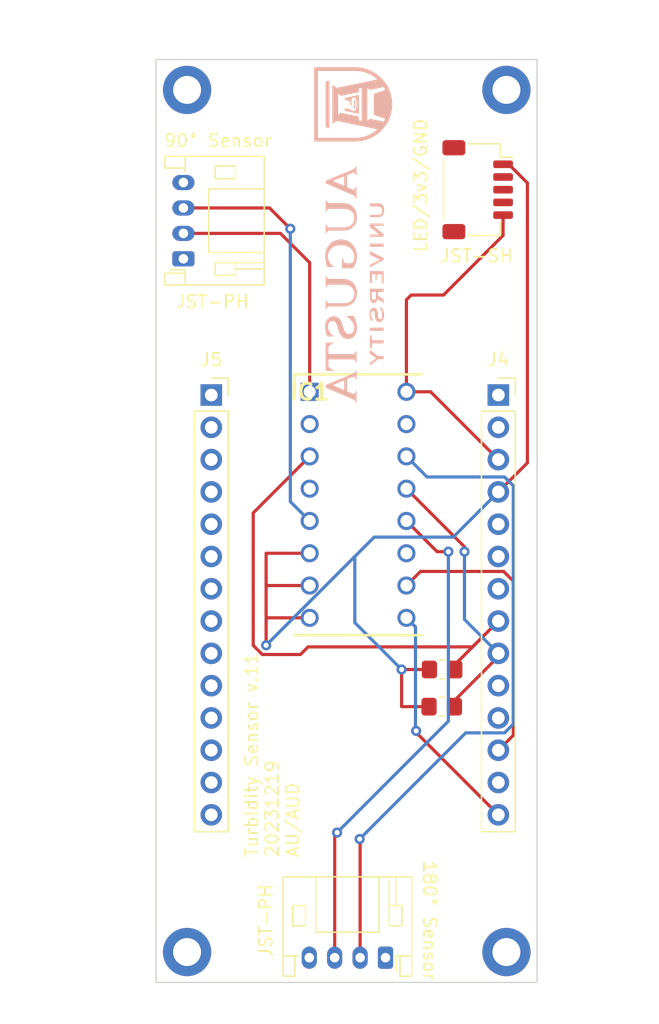
<source format=kicad_pcb>
(kicad_pcb (version 20221018) (generator pcbnew)
  (title_block (title "Turbidity Sensor PCB") (date "2023-12-19") (rev "11") (company "AU/AUD"))
  (layers (0 "F.Cu" signal) (31 "B.Cu" signal) (34 "B.Paste" user) (35 "F.Paste" user) (36 "B.SilkS" user "B.Silkscreen") (37 "F.SilkS" user "F.Silkscreen") (38 "B.Mask" user) (39 "F.Mask" user) (44 "Edge.Cuts" user))
  (net 0 "")
  (net 1 "/GND")
  (net 5 "/3.3V")
  (net 7 "Net-(J2-Pin_2)")
  (net 8 "Net-(J2-Pin_3)")
  (net 11 "Net-(J3-Pin_2)")
  (net 12 "Net-(J3-Pin_3)")
  (net 19 "/SCL")
  (net 20 "/SDA")
  (net 23 "/D8")
  (net 25 "/D6")
  (footprint "Resistor_SMD:R_0805_2012Metric_Pad1.20x1.40mm_HandSolder" (layer "F.Cu") (at 155.051 108.585 180)
    (fp_text reference "R1" hide)
    (fp_text value "5.1 kΩ" hide)
  )
  (footprint "MountingHole:MountingHole_2.2mm_M2_DIN965_Pad" (layer "F.Cu") (at 135.001 127.889)
    (fp_text reference "REF**" hide)
    (fp_text value "MountingHole_2.2mm_M2_DIN965_Pad" hide)
  )
  (footprint "Project:DIPS762W70P254L2032H510Q16N" (layer "F.Cu") (at 144.653 83.82)
    (fp_text reference "IC1")
    (fp_text value "1-2199298-4" hide)
  )
  (footprint "Connector_PinSocket_2.54mm:PinSocket_1x14_P2.54mm_Vertical" (layer "F.Cu") (at 159.512 84.074)
    (fp_text reference "J4")
    (fp_text value "Conn_01x14_Pin" hide)
  )
  (footprint "MountingHole:MountingHole_2.2mm_M2_DIN965_Pad" (layer "F.Cu") (at 160.147 60.071)
    (fp_text reference "REF**" hide)
    (fp_text value "MountingHole_2.2mm_M2_DIN965_Pad" hide)
  )
  (footprint "Connector_JST:JST_PH_S4B-PH-K_1x04_P2.00mm_Horizontal" (layer "F.Cu") (at 134.71 73.358 90)
    (fp_text reference "J3" hide)
    (fp_text value "JST 90" hide)
  )
  (footprint "Connector_JST:JST_SH_SM05B-SRSS-TB_1x05-1MP_P1.00mm_Horizontal" (layer "F.Cu") (at 157.8818 67.9216 -90)
    (fp_text reference "J1" hide)
    (fp_text value "JST LED" hide)
  )
  (footprint "MountingHole:MountingHole_2.2mm_M2_DIN965_Pad" (layer "F.Cu") (at 135.001 60.071)
    (fp_text reference "REF**" hide)
    (fp_text value "MountingHole_2.2mm_M2_DIN965_Pad" hide)
  )
  (footprint "Connector_JST:JST_PH_S4B-PH-K_1x04_P2.00mm_Horizontal" (layer "F.Cu") (at 150.6248 128.3324 180)
    (fp_text reference "J2" hide)
    (fp_text value "JST 180" hide)
  )
  (footprint "Resistor_SMD:R_0805_2012Metric_Pad1.20x1.40mm_HandSolder" (layer "F.Cu") (at 155.083 105.664 180)
    (fp_text reference "R2" hide)
    (fp_text value "5.1 kΩ" hide)
  )
  (footprint "Connector_PinSocket_2.54mm:PinSocket_1x14_P2.54mm_Vertical" (layer "F.Cu") (at 136.906 84.074)
    (fp_text reference "J5")
    (fp_text value "Conn_01x14_Pin" hide)
  )
  (footprint "MountingHole:MountingHole_2.2mm_M2_DIN965_Pad" (layer "F.Cu") (at 160.147 127.889)
    (fp_text reference "REF**" hide)
    (fp_text value "MountingHole_2.2mm_M2_DIN965_Pad" hide)
  )
  (gr_poly (pts (xy 146.212719 63.082488) (xy 146.212719 59.335988) (xy 145.905537 59.399488) (xy 145.905537 63.018988)) (fill solid) (layer "B.SilkS"))
  (gr_poly (pts (xy 148.123275 68.380769) (xy 148.336 68.625244) (xy 148.346319 68.625244) (xy 148.346319 67.683856) (xy 148.336 67.683856) (xy 148.123275 67.927537) (xy 147.597018 67.711637) (xy 147.597018 66.775013) (xy 148.123275 66.559112) (xy 148.336 66.802) (xy 148.346319 66.802) (xy 148.346319 66.060637) (xy 148.336 66.060637) (xy 148.123275 66.298763) (xy 147.373975 66.609696) (xy 147.373975 66.863913) (xy 147.373975 67.610038) (xy 146.484975 67.229832) (xy 147.373975 66.863913) (xy 147.373975 66.609696) (xy 145.906331 67.218718) (xy 145.906331 67.424299)) (fill solid) (layer "B.SilkS"))
  (gr_poly (pts (xy 148.123275 84.446268) (xy 148.336 84.689949) (xy 148.346319 84.689949) (xy 148.346319 83.748561) (xy 148.336 83.748561) (xy 148.123275 83.992244) (xy 147.597018 83.776342) (xy 147.597018 82.838925) (xy 148.123275 82.623025) (xy 148.336 82.866706) (xy 148.346319 82.866706) (xy 148.346319 82.127725) (xy 148.336 82.127725) (xy 148.123275 82.365851) (xy 147.373975 82.676516) (xy 147.373975 82.929413) (xy 147.373975 83.675538) (xy 146.484975 83.295331) (xy 147.373975 82.929413) (xy 147.373975 82.676516) (xy 145.906331 83.285011) (xy 145.906331 83.490592)) (fill solid) (layer "B.SilkS"))
  (gr_poly (pts (xy 150.479125 79.023371) (xy 150.479125 78.771752) (xy 149.393275 78.771752) (xy 149.393275 79.023371)) (fill solid) (layer "B.SilkS"))
  (gr_poly (pts (xy 149.54885 80.390205) (xy 149.54885 80.014761) (xy 150.479125 80.014761) (xy 150.479125 79.765524) (xy 149.54885 79.765524) (xy 149.54885 79.395638) (xy 149.3901 79.395638) (xy 149.3901 80.390205)) (fill solid) (layer "B.SilkS"))
  (gr_poly (pts (xy 148.119181 61.339774) (xy 148.120894 61.366091) (xy 148.122867 61.391276) (xy 148.12511 61.415228) (xy 148.127633 61.437845) (xy 148.130443 61.459025) (xy 148.133552 61.478669) (xy 148.136967 61.496674) (xy 148.140699 61.51294) (xy 148.144756 61.527365) (xy 148.146909 61.533856) (xy 148.149148 61.539849) (xy 148.151472 61.545331) (xy 148.153884 61.550289) (xy 148.156384 61.554712) (xy 148.158974 61.558586) (xy 148.161654 61.561899) (xy 148.164426 61.564637) (xy 148.167291 61.56679) (xy 148.17025 61.568342) (xy 148.173305 61.569283) (xy 148.176456 61.5696) (xy 148.179637 61.569138) (xy 148.182776 61.567768) (xy 148.188916 61.562383) (xy 148.194844 61.553615) (xy 148.200529 61.541633) (xy 148.20594 61.526603) (xy 148.211045 61.508697) (xy 148.215812 61.488081) (xy 148.220212 61.464924) (xy 148.224211 61.439396) (xy 148.227779 61.411664) (xy 148.233494 61.350264) (xy 148.237108 61.282075) (xy 148.238369 61.208444) (xy 148.237978 61.171032) (xy 148.236848 61.134813) (xy 148.235036 61.099953) (xy 148.232601 61.066623) (xy 148.229605 61.03499) (xy 148.226104 61.005224) (xy 148.22216 60.977492) (xy 148.21783 60.951963) (xy 148.213175 60.928807) (xy 148.208254 60.908191) (xy 148.203126 60.890284) (xy 148.19785 60.875255) (xy 148.195176 60.868872) (xy 148.192486 60.863272) (xy 148.189789 60.858476) (xy 148.187093 60.854504) (xy 148.184404 60.851378) (xy 148.18173 60.84912) (xy 148.179078 60.847749) (xy 148.176456 60.847287) (xy 148.173866 60.847604) (xy 148.171306 60.848545) (xy 148.166282 60.85225) (xy 148.1614 60.858301) (xy 148.156674 60.866598) (xy 148.152121 60.877039) (xy 148.147756 60.889522) (xy 148.143592 60.903947) (xy 148.139646 60.920213) (xy 148.135932 60.938219) (xy 148.132466 60.957862) (xy 148.126338 61.00166) (xy 148.121382 61.050796) (xy 148.117719 61.104463) (xy 148.124897 61.108427) (xy 148.131724 61.112841) (xy 148.138183 61.117681) (xy 148.144261 61.122923) (xy 148.149942 61.128543) (xy 148.155212 61.134517) (xy 148.160055 61.140821) (xy 148.164457 61.147431) (xy 148.168403 61.154323) (xy 148.171879 61.161472) (xy 148.174868 61.168856) (xy 148.177358 61.17645) (xy 148.179331 61.184229) (xy 148.180775 61.192171) (xy 148.181674 61.200251) (xy 148.182012 61.208444) (xy 148.181914 61.212553) (xy 148.181674 61.216637) (xy 148.181293 61.220693) (xy 148.180775 61.224717) (xy 148.18012 61.228706) (xy 148.179331 61.232658) (xy 148.17841 61.23657) (xy 148.177358 61.240438) (xy 148.176176 61.244259) (xy 148.174868 61.248032) (xy 148.173435 61.251751) (xy 148.171879 61.255415) (xy 148.170201 61.259021) (xy 148.168403 61.262565) (xy 148.166488 61.266045) (xy 148.164457 61.269457) (xy 148.162312 61.272798) (xy 148.160055 61.276066) (xy 148.157688 61.279258) (xy 148.155212 61.28237) (xy 148.152629 61.2854) (xy 148.149942 61.288344) (xy 148.147152 61.2912) (xy 148.144261 61.293964) (xy 148.141271 61.296634) (xy 148.138183 61.299206) (xy 148.135 61.301678) (xy 148.131724 61.304046) (xy 148.128355 61.306308) (xy 148.124897 61.308461) (xy 148.121351 61.3105) (xy 148.117719 61.312425)) (fill solid) (layer "B.SilkS"))
  (gr_poly (pts (xy 149.356706 77.792646) (xy 149.358726 77.828782) (xy 149.362097 77.864753) (xy 149.366811 77.900522) (xy 149.372857 77.936053) (xy 149.380225 77.971308) (xy 149.388905 78.006251) (xy 149.398888 78.040844) (xy 149.410163 78.07505) (xy 149.422721 78.108833) (xy 149.436551 78.142156) (xy 149.451644 78.174981) (xy 149.46799 78.207271) (xy 149.485578 78.23899) (xy 149.504399 78.2701) (xy 149.634575 78.178817) (xy 149.619617 78.152471) (xy 149.605559 78.125698) (xy 149.592406 78.098524) (xy 149.580165 78.07097) (xy 149.568843 78.043061) (xy 149.558446 78.014819) (xy 149.54898 77.986267) (xy 149.540453 77.95743) (xy 149.53287 77.928331) (xy 149.526238 77.898992) (xy 149.520564 77.869437) (xy 149.515853 77.839689) (xy 149.512113 77.809772) (xy 149.50935 77.779708) (xy 149.507571 77.749522) (xy 149.506781 77.719236) (xy 149.507017 77.697197) (xy 149.507812 77.674709) (xy 149.509298 77.65203) (xy 149.511606 77.629419) (xy 149.514867 77.607133) (xy 149.519213 77.585431) (xy 149.524775 77.56457) (xy 149.531685 77.54481) (xy 149.540074 77.526408) (xy 149.544864 77.517796) (xy 149.550073 77.509621) (xy 149.555717 77.501915) (xy 149.561814 77.49471) (xy 149.568379 77.488037) (xy 149.575428 77.48193) (xy 149.582978 77.476421) (xy 149.591047 77.471541) (xy 149.599649 77.467324) (xy 149.608801 77.463801) (xy 149.61852 77.461005) (xy 149.628823 77.458968) (xy 149.639725 77.457722) (xy 149.651243 77.457299) (xy 149.662708 77.45791) (xy 149.673453 77.459711) (xy 149.683505 77.462654) (xy 149.692891 77.466693) (xy 149.701634 77.471779) (xy 149.709761 77.477867) (xy 149.717297 77.484909) (xy 149.724269 77.492857) (xy 149.7307 77.501664) (xy 149.736618 77.511284) (xy 149.742048 77.521668) (xy 149.747014 77.532769) (xy 149.751544 77.544541) (xy 149.755662 77.556936) (xy 149.759394 77.569907) (xy 149.762765 77.583407) (xy 149.768529 77.611803) (xy 149.773159 77.641746) (xy 149.776858 77.672859) (xy 149.779831 77.704764) (xy 149.788562 77.832743) (xy 149.791888 77.87442) (xy 149.796379 77.917242) (xy 149.802288 77.96068) (xy 149.809869 78.004205) (xy 149.819376 78.047288) (xy 149.831062 78.089401) (xy 149.84518 78.130014) (xy 149.861984 78.168598) (xy 149.881727 78.204623) (xy 149.89278 78.221512) (xy 149.904663 78.237562) (xy 149.917408 78.252709) (xy 149.931046 78.266885) (xy 149.945609 78.280025) (xy 149.961128 78.292063) (xy 149.977636 78.302932) (xy 149.995164 78.312566) (xy 150.013743 78.3209) (xy 150.033406 78.327867) (xy 150.054184 78.3334) (xy 150.076108 78.337435) (xy 150.099211 78.339904) (xy 150.123525 78.340742) (xy 150.15061 78.339844) (xy 150.176517 78.337195) (xy 150.201265 78.332863) (xy 150.224876 78.326915) (xy 150.247372 78.319419) (xy 150.268771 78.310442) (xy 150.289097 78.300052) (xy 150.308369 78.288317) (xy 150.326609 78.275304) (xy 150.343837 78.261081) (xy 150.360074 78.245715) (xy 150.375342 78.229274) (xy 150.389661 78.211826) (xy 150.403052 78.193437) (xy 150.415536 78.174177) (xy 150.427134 78.154111) (xy 150.437867 78.133309) (xy 150.447756 78.111837) (xy 150.456822 78.089763) (xy 150.465085 78.067154) (xy 150.472567 78.044079) (xy 150.479289 78.020604) (xy 150.490535 77.972727) (xy 150.49899 77.924065) (xy 150.504822 77.875157) (xy 150.508199 77.826545) (xy 150.509287 77.778768) (xy 150.509207 77.737246) (xy 150.507385 77.695893) (xy 150.50384 77.654762) (xy 150.498586 77.613904) (xy 150.491642 77.57337) (xy 150.483024 77.533212) (xy 150.472749 77.493481) (xy 150.460834 77.454228) (xy 150.447294 77.415506) (xy 150.432148 77.377365) (xy 150.415412 77.339857) (xy 150.397103 77.303034) (xy 150.377237 77.266946) (xy 150.355831 77.231645) (xy 150.332903 77.197183) (xy 150.308469 77.163611) (xy 150.180675 77.26918) (xy 150.201832 77.296214) (xy 150.221736 77.324043) (xy 150.240373 77.352624) (xy 150.257725 77.381912) (xy 150.273778 77.411863) (xy 150.288515 77.442433) (xy 150.301921 77.473578) (xy 150.31398 77.505252) (xy 150.324676 77.537412) (xy 150.333994 77.570014) (xy 150.341916 77.603013) (xy 150.348429 77.636365) (xy 150.353516 77.670026) (xy 150.357161 77.703951) (xy 150.359348 77.738096) (xy 150.360063 77.772417) (xy 150.359619 77.806698) (xy 150.358227 77.839796) (xy 150.355793 77.871568) (xy 150.352224 77.901872) (xy 150.347428 77.930568) (xy 150.34131 77.957512) (xy 150.333779 77.982564) (xy 150.32474 78.005581) (xy 150.314102 78.026421) (xy 150.308154 78.03598) (xy 150.301771 78.044942) (xy 150.294942 78.053289) (xy 150.287654 78.061004) (xy 150.279897 78.068067) (xy 150.271658 78.074463) (xy 150.262927 78.080172) (xy 150.253691 78.085178) (xy 150.243938 78.089462) (xy 150.233658 78.093007) (xy 150.222838 78.095795) (xy 150.211467 78.097809) (xy 150.199533 78.09903) (xy 150.187025 78.099441) (xy 150.174619 78.09894) (xy 150.162982 78.097458) (xy 150.152089 78.09503) (xy 150.141913 78.091688) (xy 150.132428 78.087467) (xy 150.123608 78.0824) (xy 150.115428 78.07652) (xy 150.107861 78.069861) (xy 150.100881 78.062458) (xy 150.094462 78.054342) (xy 150.088578 78.045548) (xy 150.083203 78.03611) (xy 150.078312 78.026061) (xy 150.073877 78.015434) (xy 150.069874 78.004263) (xy 150.066276 77.992583) (xy 150.063056 77.980425) (xy 150.06019 77.967824) (xy 150.057651 77.954814) (xy 150.055413 77.941428) (xy 150.051735 77.913661) (xy 150.04895 77.884794) (xy 150.046847 77.855094) (xy 150.045221 77.82483) (xy 150.042562 77.763685) (xy 150.039971 77.720543) (xy 150.035933 77.67576) (xy 150.030249 77.629947) (xy 150.022718 77.583715) (xy 150.013142 77.537673) (xy 150.001318 77.492432) (xy 149.987049 77.448603) (xy 149.970133 77.406796) (xy 149.95037 77.367621) (xy 149.939359 77.349211) (xy 149.927561 77.331689) (xy 149.914952 77.31513) (xy 149.901506 77.29961) (xy 149.887199 77.285206) (xy 149.872005 77.271995) (xy 149.8559 77.260052) (xy 149.838858 77.249454) (xy 149.820854 77.240277) (xy 149.801864 77.232597) (xy 149.781862 77.226492) (xy 149.760824 77.222036) (xy 149.738724 77.219307) (xy 149.715537 77.21838) (xy 149.690624 77.219152) (xy 149.666772 77.221432) (xy 149.643964 77.225166) (xy 149.622182 77.230298) (xy 149.601407 77.236775) (xy 149.581623 77.244541) (xy 149.562812 77.253542) (xy 149.544955 77.263723) (xy 149.528036 77.275029) (xy 149.512036 77.287407) (xy 149.496938 77.3008) (xy 149.482724 77.315156) (xy 149.469376 77.330418) (xy 149.456876 77.346532) (xy 149.445207 77.363444) (xy 149.434351 77.381099) (xy 149.424291 77.399442) (xy 149.415008 77.418419) (xy 149.406485 77.437975) (xy 149.398704 77.458056) (xy 149.391647 77.478606) (xy 149.385297 77.499571) (xy 149.379636 77.520897) (xy 149.374647 77.542528) (xy 149.366609 77.58649) (xy 149.361044 77.631019) (xy 149.357809 77.675678) (xy 149.356762 77.72003) (xy 149.356048 77.756384)) (fill solid) (layer "B.SilkS"))
  (gr_poly (pts (xy 150.038593 69.24675) (xy 150.072036 69.247856) (xy 150.1044 69.251201) (xy 150.135536 69.256833) (xy 150.150597 69.26052) (xy 150.165296 69.264796) (xy 150.179613 69.269666) (xy 150.19353 69.275135) (xy 150.207028 69.28121) (xy 150.220089 69.287897) (xy 150.232695 69.2952) (xy 150.244826 69.303125) (xy 150.256464 69.311679) (xy 150.26759 69.320867) (xy 150.278187 69.330694) (xy 150.288234 69.341166) (xy 150.297714 69.352289) (xy 150.306608 69.364068) (xy 150.314898 69.37651) (xy 150.322564 69.38962) (xy 150.329588 69.403403) (xy 150.335952 69.417865) (xy 150.341637 69.433012) (xy 150.346624 69.44885) (xy 150.350896 69.465383) (xy 150.354432 69.482619) (xy 150.357215 69.500562) (xy 150.359225 69.519219) (xy 150.360445 69.538594) (xy 150.360856 69.558693) (xy 150.360452 69.581164) (xy 150.35925 69.602743) (xy 150.357267 69.623444) (xy 150.35452 69.643277) (xy 150.351025 69.662255) (xy 150.346797 69.680388) (xy 150.341854 69.697689) (xy 150.336213 69.714169) (xy 150.329889 69.72984) (xy 150.322898 69.744713) (xy 150.315258 69.7588) (xy 150.306985 69.772113) (xy 150.298095 69.784662) (xy 150.288605 69.796461) (xy 150.27853 69.807521) (xy 150.267888 69.817852) (xy 150.256695 69.827468) (xy 150.244967 69.836378) (xy 150.232721 69.844596) (xy 150.219973 69.852132) (xy 150.20674 69.858999) (xy 150.193038 69.865207) (xy 150.178883 69.870769) (xy 150.164292 69.875697) (xy 150.149281 69.880001) (xy 150.133867 69.883693) (xy 150.101894 69.88929) (xy 150.068505 69.892579) (xy 150.033831 69.893655) (xy 149.393275 69.893655) (xy 149.393275 70.074631) (xy 150.055262 70.074631) (xy 150.07805 70.075619) (xy 150.100733 70.075344) (xy 150.123263 70.073826) (xy 150.145593 70.071083) (xy 150.167676 70.067132) (xy 150.189464 70.061992) (xy 150.21091 70.055681) (xy 150.231967 70.048218) (xy 150.252586 70.039621) (xy 150.272721 70.029907) (xy 150.292324 70.019097) (xy 150.311347 70.007206) (xy 150.329744 69.994255) (xy 150.347466 69.980261) (xy 150.364467 69.965243) (xy 150.380699 69.949219) (xy 150.398219 69.927389) (xy 150.41459 69.904829) (xy 150.429799 69.881586) (xy 150.443828 69.857705) (xy 150.456665 69.833232) (xy 150.468294 69.808213) (xy 150.478699 69.782693) (xy 150.487867 69.756718) (xy 150.495781 69.730335) (xy 150.502428 69.703589) (xy 150.507792 69.676526) (xy 150.511857 69.649192) (xy 150.514611 69.621631) (xy 150.516036 69.593892) (xy 150.516119 69.566018) (xy 150.514844 69.538056) (xy 150.516298 69.509973) (xy 150.516455 69.481958) (xy 150.515326 69.454055) (xy 150.512924 69.426304) (xy 150.509262 69.398749) (xy 150.504353 69.371431) (xy 150.498209 69.344392) (xy 150.490843 69.317674) (xy 150.482267 69.291319) (xy 150.472495 69.26537) (xy 150.461538 69.239869) (xy 150.449409 69.214857) (xy 150.436121 69.190376) (xy 150.421687 69.166469) (xy 150.40612 69.143178) (xy 150.389431 69.120544) (xy 150.373094 69.103743) (xy 150.355892 69.088052) (xy 150.337882 69.073492) (xy 150.319119 69.060083) (xy 150.299662 69.047848) (xy 150.279567 69.036806) (xy 150.258891 69.02698) (xy 150.237691 69.01839) (xy 150.216024 69.011058) (xy 150.193946 69.005004) (xy 150.171516 69.00025) (xy 150.148789 68.996817) (xy 150.125823 68.994727) (xy 150.102674 68.993999) (xy 150.079399 68.994656) (xy 150.056056 68.996719) (xy 149.393275 68.996719) (xy 149.393275 69.24675)) (fill solid) (layer "B.SilkS"))
  (gr_poly (pts (xy 150.479125 72.416987) (xy 150.479125 72.165369) (xy 149.393275 72.165369) (xy 149.393275 72.416987)) (fill solid) (layer "B.SilkS"))
  (gr_poly (pts (xy 145.87023 73.218805) (xy 145.872594 73.272035) (xy 145.876114 73.325163) (xy 145.880784 73.378172) (xy 145.886603 73.431041) (xy 145.893567 73.483753) (xy 145.901672 73.536289) (xy 145.910914 73.58863) (xy 145.921291 73.640759) (xy 145.932798 73.692656) (xy 145.945433 73.744302) (xy 145.959192 73.795681) (xy 145.97407 73.846772) (xy 145.990066 73.897557) (xy 146.007175 73.948018) (xy 146.025394 73.998136) (xy 146.025394 73.998137) (xy 146.581019 73.998137) (xy 146.581019 73.987818) (xy 146.509524 73.931369) (xy 146.445128 73.875708) (xy 146.387487 73.820803) (xy 146.336258 73.766622) (xy 146.291099 73.713134) (xy 146.251667 73.660307) (xy 146.217617 73.608111) (xy 146.188608 73.556514) (xy 146.164297 73.505484) (xy 146.14434 73.45499) (xy 146.128394 73.405) (xy 146.116117 73.355484) (xy 146.107165 73.30641) (xy 146.101195 73.257746) (xy 146.097865 73.209461) (xy 146.096831 73.161524) (xy 146.098049 73.112997) (xy 146.101671 73.065517) (xy 146.107651 73.019115) (xy 146.115942 72.973825) (xy 146.126497 72.929678) (xy 146.13927 72.886707) (xy 146.154214 72.844945) (xy 146.171282 72.804423) (xy 146.190429 72.765175) (xy 146.211606 72.727232) (xy 146.234768 72.690627) (xy 146.259868 72.655392) (xy 146.286859 72.62156) (xy 146.315694 72.589164) (xy 146.346327 72.558235) (xy 146.378712 72.528806) (xy 146.412801 72.50091) (xy 146.448547 72.474578) (xy 146.485906 72.449844) (xy 146.524828 72.426739) (xy 146.565269 72.405297) (xy 146.607181 72.385549) (xy 146.650517 72.367528) (xy 146.695232 72.351266) (xy 146.741278 72.336797) (xy 146.788608 72.324151) (xy 146.837177 72.313362) (xy 146.886936 72.304462) (xy 146.937841 72.297483) (xy 146.989843 72.292458) (xy 147.042897 72.289419) (xy 147.096956 72.288399) (xy 147.1422 72.288399) (xy 147.198194 72.289553) (xy 147.25304 72.292982) (xy 147.306697 72.298635) (xy 147.359123 72.306461) (xy 147.410277 72.31641) (xy 147.460118 72.328431) (xy 147.508604 72.342473) (xy 147.555694 72.358485) (xy 147.601347 72.376416) (xy 147.645522 72.396217) (xy 147.688177 72.417836) (xy 147.729271 72.441222) (xy 147.768763 72.466325) (xy 147.806611 72.493094) (xy 147.842775 72.521479) (xy 147.877212 72.551428) (xy 147.909883 72.582891) (xy 147.940744 72.615817) (xy 147.969756 72.650155) (xy 147.996876 72.685855) (xy 148.022064 72.722866) (xy 148.045279 72.761138) (xy 148.066478 72.800619) (xy 148.085621 72.841258) (xy 148.102667 72.883006) (xy 148.117574 72.925811) (xy 148.1303 72.969623) (xy 148.140806 73.01439) (xy 148.149048 73.060063) (xy 148.154987 73.10659) (xy 148.15858 73.153921) (xy 148.159787 73.202005) (xy 148.159924 73.224705) (xy 148.159449 73.247371) (xy 148.158365 73.269991) (xy 148.156674 73.292554) (xy 148.154379 73.315048) (xy 148.151483 73.337459) (xy 148.147986 73.359777) (xy 148.143893 73.381989) (xy 148.139205 73.404083) (xy 148.133925 73.426047) (xy 148.128054 73.447869) (xy 148.121596 73.469538) (xy 148.114553 73.49104) (xy 148.106928 73.512364) (xy 148.098721 73.533498) (xy 148.089937 73.55443) (xy 148.080496 73.575703) (xy 148.075595 73.585673) (xy 148.070555 73.595208) (xy 148.065363 73.604314) (xy 148.060005 73.612998) (xy 148.054468 73.621268) (xy 148.048737 73.62913) (xy 148.042799 73.63659) (xy 148.03664 73.643656) (xy 148.030247 73.650335) (xy 148.023606 73.656633) (xy 148.016704 73.662558) (xy 148.009526 73.668115) (xy 148.00206 73.673312) (xy 147.99429 73.678156) (xy 147.986205 73.682654) (xy 147.977789 73.686811) (xy 147.96903 73.690636) (xy 147.959914 73.694135) (xy 147.950427 73.697315) (xy 147.940555 73.700182) (xy 147.930285 73.702744) (xy 147.919603 73.705007) (xy 147.908496 73.706979) (xy 147.896949 73.708665) (xy 147.88495 73.710073) (xy 147.872484 73.71121) (xy 147.846097 73.712697) (xy 147.817681 73.71318) (xy 147.433506 73.71318) (xy 147.213637 73.270268) (xy 147.203319 73.270268) (xy 147.203319 74.110055) (xy 148.060569 74.110055) (xy 148.097193 74.058684) (xy 148.131688 74.006062) (xy 148.164029 73.952257) (xy 148.194193 73.897337) (xy 148.222158 73.841369) (xy 148.247901 73.784419) (xy 148.271399 73.726557) (xy 148.292629 73.667848) (xy 148.311568 73.608361) (xy 148.328193 73.548163) (xy 148.342481 73.48732) (xy 148.354409 73.425902) (xy 148.363955 73.363974) (xy 148.371096 73.301605) (xy 148.375808 73.238862) (xy 148.378069 73.175813) (xy 148.376715 73.108481) (xy 148.372671 73.041836) (xy 148.365964 72.975972) (xy 148.356619 72.910983) (xy 148.344662 72.846967) (xy 148.33012 72.784017) (xy 148.313019 72.722229) (xy 148.293385 72.661697) (xy 148.271245 72.602519) (xy 148.246623 72.544787) (xy 148.219547 72.488598) (xy 148.190043 72.434048) (xy 148.158136 72.38123) (xy 148.123854 72.33024) (xy 148.087221 72.281174) (xy 148.048265 72.234126) (xy 148.007012 72.189192) (xy 147.963487 72.146468) (xy 147.917717 72.106047) (xy 147.869727 72.068026) (xy 147.819545 72.0325) (xy 147.767196 71.999563) (xy 147.712707 71.969311) (xy 147.656103 71.94184) (xy 147.597411 71.917244) (xy 147.536657 71.895618) (xy 147.473867 71.877059) (xy 147.409067 71.86166) (xy 147.342284 71.849518) (xy 147.273543 71.840727) (xy 147.202871 71.835382) (xy 147.130293 71.83358) (xy 147.099337 71.83358) (xy 147.029534 71.835402) (xy 146.961385 71.840803) (xy 146.894929 71.84968) (xy 146.830202 71.861933) (xy 146.76724 71.877461) (xy 146.70608 71.896163) (xy 146.64676 71.917937) (xy 146.589316 71.942683) (xy 146.533784 71.9703) (xy 146.480202 72.000687) (xy 146.428606 72.033742) (xy 146.379032 72.069365) (xy 146.331519 72.107455) (xy 146.286102 72.147911) (xy 146.242819 72.190631) (xy 146.201705 72.235515) (xy 146.162799 72.282461) (xy 146.126136 72.33137) (xy 146.091753 72.382138) (xy 146.059688 72.434667) (xy 146.029976 72.488854) (xy 146.002655 72.544599) (xy 145.977762 72.6018) (xy 145.955333 72.660357) (xy 145.935405 72.720168) (xy 145.918014 72.781133) (xy 145.903198 72.843151) (xy 145.890994 72.90612) (xy 145.881438 72.969939) (xy 145.874566 73.034509) (xy 145.870416 73.099726) (xy 145.869025 73.165491)) (fill solid) (layer "B.SilkS"))
  (gr_poly (pts (xy 150.10765 71.441467) (xy 149.393275 71.441467) (xy 149.393275 71.622443) (xy 150.479125 71.622443) (xy 150.479125 71.407338) (xy 149.685375 70.762018) (xy 150.479125 70.762018) (xy 150.479125 70.581043) (xy 149.393275 70.581043) (xy 149.393275 70.861237)) (fill solid) (layer "B.SilkS"))
  (gr_poly (pts (xy 145.870051 78.741956) (xy 145.872954 78.791443) (xy 145.876937 78.84082) (xy 145.881997 78.890068) (xy 145.88813 78.93917) (xy 145.895332 78.988109) (xy 145.903601 79.036868) (xy 145.912931 79.085428) (xy 145.92332 79.133774) (xy 145.934765 79.181886) (xy 145.947261 79.229748) (xy 145.960805 79.277342) (xy 145.975394 79.324651) (xy 145.991024 79.371658) (xy 146.007692 79.418344) (xy 146.025394 79.464694) (xy 146.581019 79.464694) (xy 146.581019 79.454373) (xy 146.525613 79.414422) (xy 146.473159 79.373184) (xy 146.423741 79.330714) (xy 146.377447 79.287065) (xy 146.334361 79.242291) (xy 146.294571 79.196445) (xy 146.258162 79.14958) (xy 146.22522 79.10175) (xy 146.195832 79.053008) (xy 146.170082 79.003409) (xy 146.148059 78.953004) (xy 146.138471 78.927517) (xy 146.129846 78.901849) (xy 146.122196 78.876007) (xy 146.115531 78.849996) (xy 146.109862 78.823825) (xy 146.1052 78.797499) (xy 146.101555 78.771026) (xy 146.098938 78.744412) (xy 146.09736 78.717663) (xy 146.096831 78.690787) (xy 146.097396 78.660704) (xy 146.09906 78.631906) (xy 146.101778 78.604371) (xy 146.105507 78.578079) (xy 146.1102 78.553006) (xy 146.115814 78.529133) (xy 146.122303 78.506436) (xy 146.129623 78.484895) (xy 146.137729 78.464487) (xy 146.146576 78.445192) (xy 146.15612 78.426986) (xy 146.166315 78.40985) (xy 146.177118 78.39376) (xy 146.188482 78.378696) (xy 146.200364 78.364636) (xy 146.212719 78.351557) (xy 146.225501 78.33944) (xy 146.238667 78.32826) (xy 146.252171 78.317998) (xy 146.265968 78.308632) (xy 146.294265 78.292498) (xy 146.323199 78.279686) (xy 146.352412 78.270023) (xy 146.381546 78.263336) (xy 146.410242 78.25945) (xy 146.438144 78.258193) (xy 146.455606 78.258193) (xy 146.477489 78.258834) (xy 146.498507 78.260745) (xy 146.518691 78.263905) (xy 146.538068 78.268297) (xy 146.556668 78.2739) (xy 146.574519 78.280697) (xy 146.591651 78.288668) (xy 146.608093 78.297794) (xy 146.623873 78.308056) (xy 146.63902 78.319435) (xy 146.653564 78.331911) (xy 146.667533 78.345467) (xy 146.680956 78.360082) (xy 146.693862 78.375739) (xy 146.706279 78.392417) (xy 146.718238 78.410097) (xy 146.729767 78.428761) (xy 146.740894 78.44839) (xy 146.751649 78.468965) (xy 146.76206 78.490466) (xy 146.781969 78.536171) (xy 146.80085 78.585354) (xy 146.818936 78.637863) (xy 146.836459 78.693545) (xy 146.853649 78.752247) (xy 146.870737 78.813818) (xy 146.8985 78.912976) (xy 146.928346 79.006486) (xy 146.960481 79.094246) (xy 146.995108 79.176152) (xy 147.032433 79.252099) (xy 147.07266 79.321986) (xy 147.115994 79.385707) (xy 147.162639 79.443161) (xy 147.187267 79.469505) (xy 147.2128 79.494243) (xy 147.239263 79.517362) (xy 147.266682 79.538849) (xy 147.295082 79.558692) (xy 147.32449 79.576877) (xy 147.354929 79.593392) (xy 147.386427 79.608223) (xy 147.419008 79.621358) (xy 147.452699 79.632784) (xy 147.487524 79.642487) (xy 147.52351 79.650455) (xy 147.560682 79.656674) (xy 147.599065 79.661133) (xy 147.638686 79.663818) (xy 147.679569 79.664716) (xy 147.701 79.664716) (xy 147.734875 79.663787) (xy 147.768453 79.661008) (xy 147.801683 79.656388) (xy 147.834513 79.649937) (xy 147.866892 79.641664) (xy 147.89877 79.63158) (xy 147.930095 79.619694) (xy 147.960817 79.606016) (xy 147.990884 79.590555) (xy 148.020245 79.573322) (xy 148.04885 79.554325) (xy 148.076647 79.533576) (xy 148.103585 79.511082) (xy 148.129614 79.486856) (xy 148.154682 79.460905) (xy 148.178738 79.43324) (xy 148.201732 79.40387) (xy 148.223612 79.372805) (xy 148.244327 79.340056) (xy 148.263826 79.305631) (xy 148.282058 79.26954) (xy 148.298973 79.231794) (xy 148.314519 79.192401) (xy 148.328645 79.151372) (xy 148.341301 79.108717) (xy 148.352434 79.064445) (xy 148.361994 79.018565) (xy 148.369931 78.971088) (xy 148.376193 78.922023) (xy 148.380729 78.87138) (xy 148.383488 78.81917) (xy 148.384419 78.7654) (xy 148.382937 78.710352) (xy 148.378628 78.653999) (xy 148.371699 78.596563) (xy 148.362355 78.538264) (xy 148.350801 78.479323) (xy 148.337245 78.419961) (xy 148.32189 78.360399) (xy 148.304944 78.300858) (xy 148.2671 78.182723) (xy 148.225359 78.067322) (xy 148.181366 77.956423) (xy 148.136769 77.851793) (xy 147.520819 77.851793) (xy 147.520819 77.862113) (xy 147.591652 77.915066) (xy 147.659088 77.968023) (xy 147.722963 78.021082) (xy 147.783116 78.074341) (xy 147.839385 78.127899) (xy 147.89161 78.181851) (xy 147.939628 78.236297) (xy 147.983277 78.291333) (xy 148.022397 78.347058) (xy 148.056825 78.403569) (xy 148.086399 78.460963) (xy 148.099316 78.490022) (xy 148.110959 78.519339) (xy 148.121308 78.548925) (xy 148.130343 78.578793) (xy 148.138043 78.608956) (xy 148.144388 78.639425) (xy 148.149359 78.670212) (xy 148.152934 78.701331) (xy 148.155094 78.732792) (xy 148.155819 78.764608) (xy 148.155323 78.794871) (xy 148.153853 78.824193) (xy 148.151433 78.852574) (xy 148.14809 78.88001) (xy 148.143849 78.906502) (xy 148.138735 78.932048) (xy 148.132774 78.956647) (xy 148.125991 78.980297) (xy 148.118411 79.002997) (xy 148.110061 79.024746) (xy 148.100964 79.045542) (xy 148.091148 79.065384) (xy 148.080637 79.084272) (xy 148.069457 79.102202) (xy 148.057632 79.119175) (xy 148.04519 79.135189) (xy 148.032154 79.150242) (xy 148.018551 79.164334) (xy 148.004405 79.177463) (xy 147.989743 79.189627) (xy 147.97459 79.200826) (xy 147.958971 79.211058) (xy 147.942912 79.220321) (xy 147.926437 79.228615) (xy 147.909573 79.235938) (xy 147.892345 79.242289) (xy 147.874779 79.247667) (xy 147.856899 79.25207) (xy 147.838731 79.255496) (xy 147.820301 79.257945) (xy 147.782756 79.259906) (xy 147.765293 79.259906) (xy 147.737702 79.259064) (xy 147.711163 79.25656) (xy 147.685646 79.252432) (xy 147.661121 79.246716) (xy 147.637558 79.23945) (xy 147.614924 79.230668) (xy 147.59319 79.220409) (xy 147.572325 79.208709) (xy 147.552299 79.195605) (xy 147.53308 79.181132) (xy 147.514638 79.165328) (xy 147.496942 79.148229) (xy 147.479962 79.129873) (xy 147.463667 79.110294) (xy 147.448027 79.089531) (xy 147.43301 79.06762) (xy 147.418586 79.044598) (xy 147.404724 79.0205) (xy 147.391394 78.995364) (xy 147.378565 78.969226) (xy 147.354287 78.914092) (xy 147.331645 78.855391) (xy 147.310394 78.793416) (xy 147.290288 78.728459) (xy 147.271082 78.660815) (xy 147.252531 78.590775) (xy 147.228342 78.505707) (xy 147.201598 78.42585) (xy 147.172272 78.351241) (xy 147.140339 78.281919) (xy 147.105774 78.217923) (xy 147.068552 78.15929) (xy 147.028645 78.106059) (xy 146.986029 78.058268) (xy 146.963698 78.036425) (xy 146.940679 78.015956) (xy 146.91697 77.996867) (xy 146.892568 77.979161) (xy 146.86747 77.962845) (xy 146.841672 77.947922) (xy 146.815171 77.934398) (xy 146.787964 77.922276) (xy 146.760048 77.911563) (xy 146.731419 77.902263) (xy 146.702075 77.894381) (xy 146.672011 77.88792) (xy 146.641226 77.882887) (xy 146.609716 77.879287) (xy 146.577477 77.877123) (xy 146.544506 77.8764) (xy 146.5199 77.8764) (xy 146.488001 77.877326) (xy 146.456335 77.880088) (xy 146.424952 77.884659) (xy 146.393904 77.891016) (xy 146.363243 77.899134) (xy 146.333018 77.908987) (xy 146.303282 77.92055) (xy 146.274085 77.933798) (xy 146.245479 77.948707) (xy 146.217515 77.965251) (xy 146.190244 77.983406) (xy 146.163717 78.003146) (xy 146.137985 78.024446) (xy 146.1131 78.047282) (xy 146.089112 78.071628) (xy 146.066073 78.09746) (xy 146.044034 78.124752) (xy 146.023046 78.153479) (xy 146.003161 78.183616) (xy 145.984429 78.215139) (xy 145.966901 78.248023) (xy 145.950629 78.282241) (xy 145.935664 78.317771) (xy 145.922057 78.354585) (xy 145.90986 78.39266) (xy 145.899122 78.43197) (xy 145.889896 78.472491) (xy 145.882233 78.514197) (xy 145.876184 78.557064) (xy 145.8718 78.601065) (xy 145.869132 78.646178) (xy 145.868231 78.692375)) (fill solid) (layer "B.SilkS"))
  (gr_poly (pts (xy 148.230431 64.134206) (xy 148.329954 64.132563) (xy 148.428917 64.127573) (xy 148.52725 64.11928) (xy 148.624883 64.107723) (xy 148.721746 64.092943) (xy 148.81777 64.074983) (xy 148.912885 64.053882) (xy 149.00702 64.029682) (xy 149.100107 64.002425) (xy 149.192075 63.97215) (xy 149.282854 63.9389) (xy 149.372376 63.902716) (xy 149.460569 63.863638) (xy 149.547364 63.821708) (xy 149.632692 63.776966) (xy 149.716482 63.729455) (xy 149.798665 63.679214) (xy 149.879171 63.626286) (xy 149.95793 63.57071) (xy 150.034872 63.512529) (xy 150.109927 63.451784) (xy 150.183027 63.388515) (xy 150.2541 63.322764) (xy 150.323078 63.254571) (xy 150.389889 63.183979) (xy 150.454466 63.111027) (xy 150.516737 63.035758) (xy 150.576632 62.958212) (xy 150.634083 62.87843) (xy 150.68902 62.796454) (xy 150.741371 62.712324) (xy 150.791069 62.626082) (xy 150.820438 62.572106) (xy 150.8995 62.410153) (xy 150.968021 62.244778) (xy 151.026 62.07647) (xy 151.073438 61.905718) (xy 151.110334 61.733011) (xy 151.136688 61.558838) (xy 151.1525 61.383687) (xy 151.157771 61.208047) (xy 151.1525 61.032407) (xy 151.136688 60.857256) (xy 151.110334 60.683083) (xy 151.073438 60.510376) (xy 151.026 60.339624) (xy 150.968021 60.171316) (xy 150.8995 60.005941) (xy 150.820438 59.843988) (xy 150.791069 59.790013) (xy 150.791028 59.789941) (xy 150.790989 59.789869) (xy 150.68893 59.619503) (xy 150.576534 59.457751) (xy 150.479919 59.33691) (xy 150.479919 59.854307) (xy 150.495633 59.880587) (xy 150.511024 59.907041) (xy 150.526093 59.933669) (xy 150.540839 59.960471) (xy 150.555263 59.987446) (xy 150.569365 60.014595) (xy 150.583143 60.041917) (xy 150.5966 60.069413) (xy 149.702044 60.372625) (xy 149.702044 62.04585) (xy 150.5966 62.347475) (xy 150.5966 62.348269) (xy 150.583131 62.375951) (xy 150.569315 62.403435) (xy 150.555151 62.43072) (xy 150.54064 62.457807) (xy 150.525782 62.484695) (xy 150.510577 62.511385) (xy 150.495024 62.537876) (xy 150.479125 62.564169) (xy 149.395656 62.342713) (xy 149.190868 62.4967) (xy 149.190868 59.921775) (xy 149.395656 60.075763) (xy 150.479919 59.854307) (xy 150.479919 59.33691) (xy 150.454359 59.304942) (xy 150.322965 59.161405) (xy 150.182909 59.02747) (xy 150.034751 58.903463) (xy 149.879048 58.789716) (xy 149.716361 58.686556) (xy 149.547246 58.594312) (xy 149.372264 58.513314) (xy 149.191973 58.44389) (xy 149.006931 58.386368) (xy 148.817697 58.341078) (xy 148.62483 58.308349) (xy 148.428888 58.288509) (xy 148.230431 58.281888) (xy 145.303081 58.281888) (xy 145.303081 58.582719) (xy 148.229637 58.582719) (xy 148.350107 58.585394) (xy 148.469879 58.593564) (xy 148.588778 58.607164) (xy 148.706631 58.626127) (xy 148.823263 58.650387) (xy 148.9385 58.679877) (xy 149.052168 58.714532) (xy 149.164094 58.754284) (xy 149.274104 58.799069) (xy 149.382022 58.848819) (xy 149.487676 58.903468) (xy 149.590891 58.96295) (xy 149.691494 59.027198) (xy 149.78931 59.096148) (xy 149.884166 59.169731) (xy 149.975887 59.247882) (xy 148.741606 59.503781) (xy 148.741606 59.909869) (xy 148.741606 62.507813) (xy 148.535231 62.465744) (xy 148.535231 62.161738) (xy 147.099337 61.869638) (xy 146.891375 62.024419) (xy 146.891375 60.393263) (xy 147.09775 60.548838) (xy 148.535231 60.255944) (xy 148.535231 59.951938) (xy 148.741606 59.909869) (xy 148.741606 59.503781) (xy 146.790569 59.908282) (xy 146.541331 59.720163) (xy 146.438937 59.720163) (xy 146.438937 62.698313) (xy 146.541331 62.698313) (xy 146.790569 62.510194) (xy 149.976712 63.172947) (xy 149.884993 63.251099) (xy 149.790138 63.324684) (xy 149.692323 63.393635) (xy 149.591721 63.457885) (xy 149.488506 63.517369) (xy 149.382852 63.57202) (xy 149.274933 63.621771) (xy 149.164923 63.666557) (xy 149.052995 63.706312) (xy 148.939325 63.740968) (xy 148.824085 63.77046) (xy 148.707449 63.794722) (xy 148.589592 63.813687) (xy 148.470687 63.827289) (xy 148.350909 63.835461) (xy 148.230431 63.838138) (xy 145.303081 63.838138) (xy 145.303081 58.582719) (xy 145.303081 58.281888) (xy 145.00225 58.281888) (xy 145.00225 64.134206)) (fill solid) (layer "B.SilkS"))
  (gr_poly (pts (xy 149.393651 76.376507) (xy 149.394797 76.416783) (xy 149.396739 76.454329) (xy 149.399501 76.489296) (xy 149.403109 76.521836) (xy 149.40759 76.552099) (xy 149.412969 76.580236) (xy 149.41927 76.606399) (xy 149.42652 76.630739) (xy 149.434745 76.653407) (xy 149.44397 76.674555) (xy 149.45422 76.694332) (xy 149.465521 76.712891) (xy 149.477899 76.730383) (xy 149.491379 76.746958) (xy 149.505987 76.762769) (xy 149.517041 76.772458) (xy 149.528506 76.781558) (xy 149.540357 76.79006) (xy 149.552571 76.797956) (xy 149.565123 76.805237) (xy 149.577991 76.811893) (xy 149.591149 76.817915) (xy 149.604574 76.823296) (xy 149.618242 76.828025) (xy 149.632129 76.832094) (xy 149.646211 76.835494) (xy 149.660464 76.838215) (xy 149.674865 76.84025) (xy 149.689389 76.841589) (xy 149.704013 76.842223) (xy 149.718712 76.842144) (xy 149.730792 76.841307) (xy 149.742763 76.839876) (xy 149.754604 76.837862) (xy 149.766297 76.835273) (xy 149.77782 76.832119) (xy 149.789156 76.828408) (xy 149.800282 76.824151) (xy 149.811181 76.819357) (xy 149.821832 76.814034) (xy 149.832215 76.808193) (xy 149.84231 76.801842) (xy 149.852098 76.79499) (xy 149.861559 76.787648) (xy 149.870673 76.779824) (xy 149.87942 76.771528) (xy 149.887781 76.762769) (xy 149.898402 76.750109) (xy 149.908469 76.737066) (xy 149.917976 76.723659) (xy 149.926914 76.709906) (xy 149.935276 76.695825) (xy 149.943054 76.681436) (xy 149.95024 76.666756) (xy 149.956826 76.651804) (xy 149.962805 76.6366) (xy 149.968168 76.621161) (xy 149.972909 76.605506) (xy 149.977019 76.589654) (xy 149.980491 76.573623) (xy 149.983317 76.557432) (xy 149.985489 76.541099) (xy 149.986999 76.524644) (xy 150.479125 76.855638) (xy 150.479125 76.538137) (xy 150.0251 76.251593) (xy 150.0251 75.963462) (xy 150.479125 75.963462) (xy 150.479125 75.711843) (xy 149.539325 75.713904) (xy 149.539325 75.965842) (xy 149.881431 75.965842) (xy 149.881431 76.33335) (xy 149.880745 76.35813) (xy 149.878692 76.382095) (xy 149.875283 76.405138) (xy 149.870529 76.427148) (xy 149.864441 76.44802) (xy 149.857028 76.467643) (xy 149.848301 76.485911) (xy 149.838271 76.502715) (xy 149.83277 76.510535) (xy 149.826948 76.517948) (xy 149.820805 76.52494) (xy 149.814342 76.5315) (xy 149.807562 76.537612) (xy 149.800465 76.543263) (xy 149.793052 76.548441) (xy 149.785325 76.553131) (xy 149.777286 76.55732) (xy 149.768935 76.560994) (xy 149.760274 76.56414) (xy 149.751304 76.566744) (xy 149.742027 76.568793) (xy 149.732443 76.570273) (xy 149.722555 76.571171) (xy 149.712362 76.571474) (xy 149.698737 76.571109) (xy 149.685828 76.570028) (xy 149.673616 76.568249) (xy 149.662083 76.565789) (xy 149.651211 76.562667) (xy 149.640981 76.558901) (xy 149.631373 76.554509) (xy 149.622371 76.549509) (xy 149.613954 76.54392) (xy 149.606105 76.53776) (xy 149.598805 76.531046) (xy 149.592035 76.523798) (xy 149.585776 76.516032) (xy 149.580011 76.507768) (xy 149.57472 76.499024) (xy 149.569884 76.489817) (xy 149.565486 76.480166) (xy 149.561506 76.470089) (xy 149.557927 76.459604) (xy 149.554729 76.448729) (xy 149.551893 76.437483) (xy 149.549402 76.425884) (xy 149.547236 76.41395) (xy 149.545377 76.401698) (xy 149.542506 76.376317) (xy 149.540639 76.349886) (xy 149.539629 76.32255) (xy 149.539325 76.294455) (xy 149.539325 75.965842) (xy 149.539325 75.713904) (xy 149.393275 75.714224) (xy 149.393275 76.33335)) (fill solid) (layer "B.SilkS"))
  (gr_poly (pts (xy 146.558 82.177728) (xy 146.558794 82.173762) (xy 146.130169 81.870548) (xy 146.130169 81.274442) (xy 148.123275 81.274442) (xy 148.336 81.514157) (xy 148.346319 81.514157) (xy 148.346319 80.614836) (xy 148.336 80.614836) (xy 148.123275 80.85296) (xy 146.129375 80.85296) (xy 146.129375 80.260028) (xy 146.558 79.953642) (xy 146.558 79.943324) (xy 145.906331 79.943324) (xy 145.906331 82.177728)) (fill solid) (layer "B.SilkS"))
  (gr_poly (pts (xy 150.479125 73.457594) (xy 150.479125 73.293286) (xy 149.393275 72.75195) (xy 149.393275 73.040081) (xy 150.183056 73.436957) (xy 149.393274 73.819545) (xy 149.393274 74.029094)) (fill solid) (layer "B.SilkS"))
  (gr_poly (pts (xy 149.552025 75.253056) (xy 149.552025 74.580749) (xy 149.836981 74.580749) (xy 149.836981 75.004612) (xy 149.990968 75.004612) (xy 149.990968 74.580749) (xy 150.320375 74.580749) (xy 150.320375 75.295125) (xy 150.479125 75.295125) (xy 150.479125 74.329131) (xy 149.393275 74.329131) (xy 149.393275 75.253056)) (fill solid) (layer "B.SilkS"))
  (gr_poly (pts (xy 145.91665 69.662676) (xy 146.129375 69.429312) (xy 147.311269 69.429312) (xy 147.362583 69.430145) (xy 147.412344 69.432629) (xy 147.460547 69.436738) (xy 147.507185 69.44245) (xy 147.552256 69.449739) (xy 147.595752 69.458582) (xy 147.637671 69.468954) (xy 147.678006 69.480832) (xy 147.716753 69.494191) (xy 147.753906 69.509007) (xy 147.789462 69.525257) (xy 147.823414 69.542915) (xy 147.855758 69.561958) (xy 147.88649 69.582362) (xy 147.915603 69.604102) (xy 147.943094 69.627155) (xy 147.968956 69.651496) (xy 147.993186 69.677101) (xy 148.015779 69.703946) (xy 148.036728 69.732008) (xy 148.05603 69.76126) (xy 148.07368 69.791681) (xy 148.089672 69.823245) (xy 148.104002 69.855929) (xy 148.116664 69.889708) (xy 148.127654 69.924557) (xy 148.136967 69.960454) (xy 148.144598 69.997374) (xy 148.150541 70.035293) (xy 148.154793 70.074186) (xy 148.157347 70.11403) (xy 148.1582 70.1548) (xy 148.157413 70.193415) (xy 148.15505 70.231395) (xy 148.151106 70.268702) (xy 148.145576 70.305298) (xy 148.138456 70.341143) (xy 148.129742 70.376199) (xy 148.119429 70.410426) (xy 148.107512 70.443787) (xy 148.093987 70.476242) (xy 148.078849 70.507752) (xy 148.062095 70.538279) (xy 148.043719 70.567784) (xy 148.023717 70.596228) (xy 148.002084 70.623572) (xy 147.978816 70.649778) (xy 147.953909 70.674806) (xy 147.927357 70.698617) (xy 147.899157 70.721174) (xy 147.869304 70.742437) (xy 147.837793 70.762368) (xy 147.80462 70.780927) (xy 147.769781 70.798075) (xy 147.73327 70.813775) (xy 147.695084 70.827987) (xy 147.655218 70.840672) (xy 147.613667 70.851792) (xy 147.570427 70.861307) (xy 147.525493 70.86918) (xy 147.478861 70.87537) (xy 147.430526 70.87984) (xy 147.380485 70.882551) (xy 147.328731 70.883463) (xy 146.129375 70.883463) (xy 145.91665 70.639781) (xy 145.906331 70.639781) (xy 145.906331 71.385905) (xy 145.91665 71.385905) (xy 146.129375 71.140638) (xy 147.297775 71.140638) (xy 147.365902 71.139162) (xy 147.431732 71.134794) (xy 147.495272 71.127624) (xy 147.556533 71.11774) (xy 147.615522 71.105232) (xy 147.672248 71.090188) (xy 147.726721 71.072699) (xy 147.778949 71.052854) (xy 147.828941 71.030741) (xy 147.876706 71.00645) (xy 147.922252 70.98007) (xy 147.96559 70.951691) (xy 148.006727 70.921401) (xy 148.045672 70.889291) (xy 148.082435 70.855448) (xy 148.117024 70.819963) (xy 148.149448 70.782924) (xy 148.179716 70.744421) (xy 148.207836 70.704543) (xy 148.233818 70.66338) (xy 148.257671 70.62102) (xy 148.279403 70.577553) (xy 148.299023 70.533068) (xy 148.316541 70.487654) (xy 148.331964 70.441401) (xy 148.345302 70.394397) (xy 148.365758 70.298496) (xy 148.377979 70.200666) (xy 148.382037 70.101618) (xy 148.378579 69.998678) (xy 148.367948 69.895839) (xy 148.349765 69.794005) (xy 148.323647 69.694078) (xy 148.307494 69.645111) (xy 148.289214 69.59696) (xy 148.268759 69.549736) (xy 148.246083 69.503553) (xy 148.221137 69.458524) (xy 148.193874 69.41476) (xy 148.164245 69.372376) (xy 148.132205 69.331483) (xy 148.097703 69.292195) (xy 148.060694 69.254624) (xy 148.021129 69.218884) (xy 147.978961 69.185086) (xy 147.934142 69.153344) (xy 147.886624 69.12377) (xy 147.83636 69.096478) (xy 147.783302 69.07158) (xy 147.727402 69.049188) (xy 147.668613 69.029416) (xy 147.606887 69.012377) (xy 147.542176 68.998183) (xy 147.474432 68.986946) (xy 147.403609 68.978781) (xy 147.329658 68.973799) (xy 147.252531 68.972113) (xy 146.129375 68.972113) (xy 145.91665 68.728432) (xy 145.906331 68.728432) (xy 145.906331 69.662676)) (fill solid) (layer "B.SilkS"))
  (gr_poly (pts (xy 148.533644 61.951394) (xy 148.533644 60.466288) (xy 147.4089 60.695682) (xy 147.4089 60.902056) (xy 147.408896 60.902417) (xy 147.408905 60.902777) (xy 147.408925 60.903135) (xy 147.408956 60.90349) (xy 147.409052 60.904195) (xy 147.409193 60.904888) (xy 147.409376 60.905569) (xy 147.409602 60.906234) (xy 147.409869 60.906883) (xy 147.410176 60.907513) (xy 147.410522 60.908123) (xy 147.410906 60.90871) (xy 147.411327 60.909273) (xy 147.411784 60.909809) (xy 147.412276 60.910318) (xy 147.412802 60.910796) (xy 147.413078 60.911023) (xy 147.413361 60.911242) (xy 147.413653 60.911452) (xy 147.413952 60.911654) (xy 147.414569 60.912027) (xy 147.415204 60.912357) (xy 147.415854 60.912644) (xy 147.416519 60.912887) (xy 147.417194 60.913087) (xy 147.41788 60.913243) (xy 147.418572 60.913356) (xy 147.41927 60.913425) (xy 147.41997 60.913449) (xy 147.420671 60.913429) (xy 147.421371 60.913366) (xy 147.422068 60.913257) (xy 147.422758 60.913104) (xy 147.423441 60.912906) (xy 147.424114 60.912663) (xy 147.424775 60.912375) (xy 147.432999 60.908717) (xy 147.441323 60.905306) (xy 147.44974 60.902145) (xy 147.458246 60.899236) (xy 147.466834 60.89658) (xy 147.475498 60.894179) (xy 147.484233 60.892036) (xy 147.493034 60.890151) (xy 147.500507 60.88884) (xy 147.508005 60.887705) (xy 147.515527 60.886746) (xy 147.523067 60.885962) (xy 147.530624 60.885355) (xy 147.538194 60.884924) (xy 147.545775 60.884671) (xy 147.553362 60.884594) (xy 147.566648 60.884968) (xy 147.579792 60.885937) (xy 147.592779 60.887489) (xy 147.605596 60.889612) (xy 147.618229 60.892292) (xy 147.630662 60.895519) (xy 147.642883 60.899279) (xy 147.654876 60.90356) (xy 147.666627 60.90835) (xy 147.678123 60.913637) (xy 147.689349 60.919408) (xy 147.70029 60.925651) (xy 147.710933 60.932354) (xy 147.721264 60.939504) (xy 147.731267 60.947089) (xy 147.740929 60.955097) (xy 147.750236 60.963515) (xy 147.759173 60.972331) (xy 147.767727 60.981533) (xy 147.775882 60.991108) (xy 147.783626 61.001045) (xy 147.790942 61.01133) (xy 147.797819 61.021952) (xy 147.80424 61.032898) (xy 147.810192 61.044155) (xy 147.81566 61.055713) (xy 147.820631 61.067557) (xy 147.825091 61.079676) (xy 147.829024 61.092058) (xy 147.832417 61.104691) (xy 147.835255 61.117561) (xy 147.837525 61.130657) (xy 147.842365 61.15164) (xy 147.847204 61.171452) (xy 147.852032 61.190125) (xy 147.85684 61.207694) (xy 147.861617 61.22419) (xy 147.866353 61.239648) (xy 147.871038 61.254099) (xy 147.875662 61.267578) (xy 147.880215 61.280118) (xy 147.884688 61.291751) (xy 147.889069 61.302511) (xy 147.893349 61.312431) (xy 147.897519 61.321545) (xy 147.901567 61.329884) (xy 147.905484 61.337482) (xy 147.90926 61.344374) (xy 147.912885 61.35059) (xy 147.916349 61.356166) (xy 147.919641 61.361133) (xy 147.922752 61.365526) (xy 147.925672 61.369376) (xy 147.928391 61.372718) (xy 147.930898 61.375585) (xy 147.933184 61.378009) (xy 147.935239 61.380023) (xy 147.937052 61.381662) (xy 147.939914 61.383943) (xy 147.9423 61.38545) (xy 147.937969 61.301983) (xy 147.935596 61.224697) (xy 147.935037 61.153411) (xy 147.936148 61.087943) (xy 147.938785 61.028112) (xy 147.942802 60.973736) (xy 147.948057 60.924634) (xy 147.954405 60.880625) (xy 147.961701 60.841528) (xy 147.969802 60.80716) (xy 147.978564 60.777341) (xy 147.983147 60.76408) (xy 147.987841 60.751889) (xy 147.992629 60.740744) (xy 147.997491 60.730623) (xy 148.00241 60.721503) (xy 148.007369 60.713361) (xy 148.012348 60.706175) (xy 148.01733 60.699923) (xy 148.022297 60.69458) (xy 148.027231 60.690125) (xy 148.028853 60.689311) (xy 148.030495 60.688545) (xy 148.032156 60.687826) (xy 148.033836 60.687156) (xy 148.035532 60.686535) (xy 148.037245 60.685962) (xy 148.038972 60.685438) (xy 148.040713 60.684964) (xy 148.042467 60.68454) (xy 148.044232 60.684165) (xy 148.046009 60.683841) (xy 148.047794 60.683567) (xy 148.049589 60.683344) (xy 148.051391 60.683172) (xy 148.053199 60.683051) (xy 148.055012 60.682981) (xy 148.201856 60.682981) (xy 148.209029 60.683673) (xy 148.216105 60.685726) (xy 148.223075 60.689105) (xy 148.229931 60.693775) (xy 148.243266 60.706851) (xy 148.256042 60.724678) (xy 148.268191 60.74698) (xy 148.279642 60.773478) (xy 148.290329 60.803898) (xy 148.300182 60.837961) (xy 148.309133 60.875392) (xy 148.317113 60.915913) (xy 148.324054 60.959248) (xy 148.329886 61.00512) (xy 148.334542 61.053252) (xy 148.337952 61.103368) (xy 148.340049 61.155191) (xy 148.340763 61.208444) (xy 148.340075 61.261697) (xy 148.33805 61.31352) (xy 148.334746 61.363636) (xy 148.330221 61.411768) (xy 148.324533 61.45764) (xy 148.317741 61.500975) (xy 148.309902 61.541496) (xy 148.301075 61.578927) (xy 148.291318 61.61299) (xy 148.286109 61.628673) (xy 148.280689 61.64341) (xy 148.275065 61.657166) (xy 148.269246 61.669908) (xy 148.263237 61.681601) (xy 148.257047 61.69221) (xy 148.250682 61.7017) (xy 148.24415 61.710037) (xy 148.237459 61.717186) (xy 148.230614 61.723113) (xy 148.223625 61.727783) (xy 148.216497 61.731162) (xy 148.209238 61.733215) (xy 148.201856 61.733906) (xy 148.054219 61.733906) (xy 148.050963 61.733819) (xy 148.047731 61.733567) (xy 148.044529 61.733152) (xy 148.041362 61.732576) (xy 148.038236 61.731843) (xy 148.035157 61.730955) (xy 148.03213 61.729914) (xy 148.029162 61.728723) (xy 148.026257 61.727384) (xy 148.023423 61.7259) (xy 148.020664 61.724273) (xy 148.017987 61.722506) (xy 148.015396 61.720601) (xy 148.012898 61.718561) (xy 148.010499 61.716389) (xy 148.008204 61.714086) (xy 147.986812 61.693064) (xy 147.964486 61.673241) (xy 147.941278 61.65464) (xy 147.91724 61.637281) (xy 147.892422 61.621187) (xy 147.866876 61.60638) (xy 147.840654 61.592882) (xy 147.813808 61.580713) (xy 147.786388 61.569897) (xy 147.758447 61.560455) (xy 147.730036 61.552409) (xy 147.701206 61.545781) (xy 147.672009 61.540592) (xy 147.642496 61.536865) (xy 147.61272 61.53462) (xy 147.582731 61.533881) (xy 147.576205 61.53354) (xy 147.566236 61.532641) (xy 147.540067 61.529913) (xy 147.51241 61.527184) (xy 147.500581 61.526285) (xy 147.49145 61.525944) (xy 147.482648 61.524059) (xy 147.473912 61.521916) (xy 147.465247 61.519515) (xy 147.456659 61.516859) (xy 147.448153 61.51395) (xy 147.439735 61.510789) (xy 147.431412 61.507378) (xy 147.423187 61.503719) (xy 147.422526 61.503431) (xy 147.421854 61.503188) (xy 147.421171 61.50299) (xy 147.42048 61.502837) (xy 147.419784 61.502729) (xy 147.419084 61.502665) (xy 147.418383 61.502645) (xy 147.417682 61.50267) (xy 147.416985 61.502738) (xy 147.416292 61.502851) (xy 147.415607 61.503007) (xy 147.414931 61.503207) (xy 147.414267 61.503451) (xy 147.413617 61.503737) (xy 147.412982 61.504067) (xy 147.412365 61.50444) (xy 147.411774 61.504853) (xy 147.411215 61.505299) (xy 147.410688 61.505777) (xy 147.410196 61.506285) (xy 147.409739 61.506821) (xy 147.409318 61.507384) (xy 147.408934 61.507971) (xy 147.408588 61.508581) (xy 147.408281 61.509211) (xy 147.408015 61.50986) (xy 147.407789 61.510525) (xy 147.407606 61.511206) (xy 147.407465 61.511899) (xy 147.407369 61.512604) (xy 147.407317 61.513317) (xy 147.407312 61.514038) (xy 147.407312 61.722)) (fill solid) (layer "B.SilkS"))
  (gr_poly (pts (xy 145.91665 75.630882) (xy 146.129375 75.397518) (xy 147.311269 75.397518) (xy 147.362583 75.398351) (xy 147.412344 75.400835) (xy 147.460547 75.404944) (xy 147.507185 75.410656) (xy 147.552256 75.417945) (xy 147.595752 75.426788) (xy 147.637671 75.43716) (xy 147.678006 75.449038) (xy 147.716753 75.462397) (xy 147.753906 75.477213) (xy 147.789462 75.493463) (xy 147.823414 75.511121) (xy 147.855758 75.530164) (xy 147.88649 75.550568) (xy 147.915603 75.572308) (xy 147.943094 75.595361) (xy 147.968956 75.619702) (xy 147.993186 75.645307) (xy 148.015779 75.672152) (xy 148.036728 75.700214) (xy 148.05603 75.729466) (xy 148.07368 75.759887) (xy 148.089672 75.791451) (xy 148.104002 75.824135) (xy 148.116664 75.857914) (xy 148.127654 75.892763) (xy 148.136967 75.92866) (xy 148.144598 75.96558) (xy 148.150541 76.003499) (xy 148.154793 76.042392) (xy 148.157347 76.082236) (xy 148.1582 76.123006) (xy 148.157413 76.161621) (xy 148.15505 76.199601) (xy 148.151106 76.236908) (xy 148.145576 76.273504) (xy 148.138456 76.309349) (xy 148.129742 76.344405) (xy 148.119429 76.378632) (xy 148.107512 76.411993) (xy 148.093987 76.444448) (xy 148.078849 76.475958) (xy 148.062095 76.506485) (xy 148.043719 76.53599) (xy 148.023717 76.564434) (xy 148.002084 76.591778) (xy 147.978816 76.617984) (xy 147.953909 76.643012) (xy 147.927357 76.666823) (xy 147.899157 76.68938) (xy 147.869304 76.710643) (xy 147.837793 76.730574) (xy 147.80462 76.749133) (xy 147.769781 76.766281) (xy 147.73327 76.781981) (xy 147.695084 76.796193) (xy 147.655218 76.808878) (xy 147.613667 76.819998) (xy 147.570427 76.829513) (xy 147.525493 76.837386) (xy 147.478861 76.843576) (xy 147.430526 76.848046) (xy 147.380485 76.850757) (xy 147.328731 76.851669) (xy 146.129375 76.851669) (xy 145.91665 76.607987) (xy 145.906331 76.607987) (xy 145.906331 77.354112) (xy 145.91665 77.354112) (xy 146.129375 77.108844) (xy 147.297775 77.108844) (xy 147.365902 77.107368) (xy 147.431732 77.103) (xy 147.495272 77.09583) (xy 147.556533 77.085946) (xy 147.615522 77.073438) (xy 147.672248 77.058395) (xy 147.726721 77.040906) (xy 147.778949 77.02106) (xy 147.828941 76.998947) (xy 147.876706 76.974656) (xy 147.922252 76.948276) (xy 147.96559 76.919897) (xy 148.006727 76.889607) (xy 148.045672 76.857497) (xy 148.082435 76.823654) (xy 148.117024 76.788169) (xy 148.149448 76.75113) (xy 148.179716 76.712627) (xy 148.207836 76.67275) (xy 148.233818 76.631586) (xy 148.257671 76.589226) (xy 148.279403 76.545759) (xy 148.299023 76.501274) (xy 148.316541 76.45586) (xy 148.331964 76.409607) (xy 148.345302 76.362604) (xy 148.365758 76.266703) (xy 148.377979 76.168872) (xy 148.382037 76.069826) (xy 148.378579 75.966884) (xy 148.367948 75.864046) (xy 148.349765 75.762212) (xy 148.323647 75.662284) (xy 148.307494 75.613318) (xy 148.289214 75.565166) (xy 148.268759 75.517942) (xy 148.246083 75.471759) (xy 148.221137 75.42673) (xy 148.193874 75.382966) (xy 148.164245 75.340582) (xy 148.132205 75.299689) (xy 148.097703 75.260401) (xy 148.060694 75.22283) (xy 148.021129 75.18709) (xy 147.978961 75.153292) (xy 147.934142 75.12155) (xy 147.886624 75.091976) (xy 147.83636 75.064684) (xy 147.783302 75.039786) (xy 147.727402 75.017394) (xy 147.668613 74.997622) (xy 147.606887 74.980583) (xy 147.542176 74.966389) (xy 147.474432 74.955152) (xy 147.403609 74.946987) (xy 147.329658 74.942005) (xy 147.252531 74.940319) (xy 146.129375 74.940319) (xy 145.91665 74.696638) (xy 145.906331 74.696638) (xy 145.906331 75.630882)) (fill solid) (layer "B.SilkS"))
  (gr_poly (pts (xy 149.890956 81.181575) (xy 149.393275 81.528443) (xy 149.393275 81.754661) (xy 150.047325 81.2546) (xy 150.479125 81.2546) (xy 150.479125 81.004567) (xy 150.047325 81.004567) (xy 149.393275 80.516413) (xy 149.393275 80.824387)) (fill solid) (layer "B.SilkS"))
  (gr_line (start 150.791069 59.7916) (end 150.820438 59.844782) (stroke (width 0.1)) (layer "B.SilkS"))
  (gr_line (start 150.791069 62.626875) (end 150.820438 62.573694) (stroke (width 0.1)) (layer "B.SilkS"))
  (gr_line (start 132.56 57.68) (end 162.56 57.68) (stroke (width 0.1)) (layer "Edge.Cuts"))
  (gr_line (start 132.56 130.28) (end 132.56 57.68) (stroke (width 0.1)) (layer "Edge.Cuts"))
  (gr_line (start 162.56 57.68) (end 162.56 130.28) (stroke (width 0.1)) (layer "Edge.Cuts"))
  (gr_line (start 162.56 130.28) (end 132.56 130.28) (stroke (width 0.1)) (layer "Edge.Cuts"))
  (gr_text "LED/3v3/GND" (at 153.9748 72.9488 90) (layer "F.SilkS") (effects (font (size 1 1)) (justify left bottom)))
  (gr_text "90° Sensor" (at 133.096 64.643) (layer "F.SilkS") (effects (font (size 1 1)) (justify left bottom)))
  (gr_text "Turbidity Sensor v.11\n20231219\nAU/AUD" (at 143.891 120.523 90) (layer "F.SilkS") (effects (font (size 1 1)) (justify left bottom)))
  (gr_text "JST-PH" (at 134.0104 77.3176) (layer "F.SilkS") (effects (font (size 1 1)) (justify left bottom)))
  (gr_text "JST-SH" (at 154.8384 73.7108) (layer "F.SilkS") (effects (font (size 1 1)) (justify left bottom)))
  (gr_text "180° Sensor" (at 153.5176 120.5992 -90) (layer "F.SilkS") (effects (font (size 1 1)) (justify left bottom)))
  (gr_text "JST-PH" (at 141.7828 128.4224 90) (layer "F.SilkS") (effects (font (size 1 1)) (justify left bottom)))
  (segment (start 144.653 101.6) (end 141.224 101.6) (width 0.25) (layer "F.Cu") (net 1))
  (segment (start 154.083 105.664) (end 151.892 105.664) (width 0.25) (layer "F.Cu") (net 1))
  (segment (start 144.653 96.52) (end 141.224 96.52) (width 0.25) (layer "F.Cu") (net 1))
  (segment (start 154.051 108.585) (end 151.892 108.585) (width 0.25) (layer "F.Cu") (net 1))
  (segment (start 159.8818 65.9216) (end 160.328551 65.9216) (width 0.25) (layer "F.Cu") (net 1))
  (segment (start 144.653 99.06) (end 141.224 99.06) (width 0.25) (layer "F.Cu") (net 1))
  (segment (start 141.224 101.6) (end 141.224 103.759) (width 0.25) (layer "F.Cu") (net 1))
  (segment (start 161.798 89.408) (end 159.512 91.694) (width 0.25) (layer "F.Cu") (net 1))
  (segment (start 141.224 96.52) (end 141.224 99.06) (width 0.25) (layer "F.Cu") (net 1))
  (segment (start 161.798 67.391049) (end 161.798 89.408) (width 0.25) (layer "F.Cu") (net 1))
  (segment (start 151.892 108.585) (end 151.892 105.664) (width 0.25) (layer "F.Cu") (net 1))
  (segment (start 160.328551 65.9216) (end 161.798 67.391049) (width 0.25) (layer "F.Cu") (net 1))
  (segment (start 141.224 99.06) (end 141.224 101.6) (width 0.25) (layer "F.Cu") (net 1))
  (via (at 151.892 105.664) (size 0.8) (drill 0.4) (layers "F.Cu" "B.Cu") (net 1))
  (via (at 141.224 103.759) (size 0.8) (drill 0.4) (layers "F.Cu" "B.Cu") (net 1))
  (segment (start 151.892 105.664) (end 148.209 101.981) (width 0.25) (layer "B.Cu") (net 1))
  (segment (start 148.209 101.981) (end 148.209 96.774) (width 0.25) (layer "B.Cu") (net 1))
  (segment (start 149.733 95.25) (end 155.956 95.25) (width 0.25) (layer "B.Cu") (net 1))
  (segment (start 148.209 96.774) (end 149.733 95.25) (width 0.25) (layer "B.Cu") (net 1))
  (segment (start 155.956 95.25) (end 159.512 91.694) (width 0.25) (layer "B.Cu") (net 1))
  (segment (start 141.224 103.759) (end 148.209 96.774) (width 0.25) (layer "B.Cu") (net 1))
  (segment (start 152.273 83.82) (end 154.178 83.82) (width 0.25) (layer "F.Cu") (net 5))
  (segment (start 159.8818 69.9216) (end 159.8818 71.5192) (width 0.25) (layer "F.Cu") (net 5))
  (segment (start 152.273 76.581) (end 152.273 83.82) (width 0.25) (layer "F.Cu") (net 5))
  (segment (start 154.178 83.82) (end 159.512 89.154) (width 0.25) (layer "F.Cu") (net 5))
  (segment (start 152.647 76.207) (end 152.273 76.581) (width 0.25) (layer "F.Cu") (net 5))
  (segment (start 159.8818 71.5192) (end 155.194 76.207) (width 0.25) (layer "F.Cu") (net 5))
  (segment (start 155.194 76.207) (end 152.647 76.207) (width 0.25) (layer "F.Cu") (net 5))
  (segment (start 148.6248 128.3324) (end 148.6248 119.0338) (width 0.25) (layer "F.Cu") (net 7))
  (segment (start 148.6248 119.0338) (end 148.59 118.999) (width 0.25) (layer "F.Cu") (net 7))
  (via (at 148.59 118.999) (size 0.8) (drill 0.4) (layers "F.Cu" "B.Cu") (net 7))
  (segment (start 160.687 109.960701) (end 160.687 91.207299) (width 0.25) (layer "B.Cu") (net 7))
  (segment (start 153.892 90.519) (end 152.273 88.9) (width 0.25) (layer "B.Cu") (net 7))
  (segment (start 159.998701 110.649) (end 160.687 109.960701) (width 0.25) (layer "B.Cu") (net 7))
  (segment (start 156.94 110.649) (end 159.998701 110.649) (width 0.25) (layer "B.Cu") (net 7))
  (segment (start 159.998701 90.519) (end 153.892 90.519) (width 0.25) (layer "B.Cu") (net 7))
  (segment (start 148.59 118.999) (end 156.94 110.649) (width 0.25) (layer "B.Cu") (net 7))
  (segment (start 160.687 91.207299) (end 159.998701 90.519) (width 0.25) (layer "B.Cu") (net 7))
  (segment (start 146.6248 128.3324) (end 146.6248 118.6782) (width 0.25) (layer "F.Cu") (net 8))
  (segment (start 155.575 96.393) (end 154.686 96.393) (width 0.25) (layer "F.Cu") (net 8))
  (segment (start 154.686 96.393) (end 152.273 93.98) (width 0.25) (layer "F.Cu") (net 8))
  (segment (start 146.9456 118.6246) (end 146.812 118.491) (width 0.25) (layer "F.Cu") (net 8))
  (segment (start 146.6248 118.6782) (end 146.812 118.491) (width 0.25) (layer "F.Cu") (net 8))
  (via (at 155.575 96.393) (size 0.8) (drill 0.4) (layers "F.Cu" "B.Cu") (net 8))
  (via (at 146.812 118.491) (size 0.8) (drill 0.4) (layers "F.Cu" "B.Cu") (net 8))
  (segment (start 146.812 118.491) (end 155.575 109.728) (width 0.25) (layer "B.Cu") (net 8))
  (segment (start 155.575 109.728) (end 155.575 96.393) (width 0.25) (layer "B.Cu") (net 8))
  (segment (start 144.653 83.82) (end 144.653 73.66) (width 0.25) (layer "F.Cu") (net 11))
  (segment (start 134.71 71.358) (end 142.351 71.358) (width 0.25) (layer "F.Cu") (net 11))
  (segment (start 142.351 71.358) (end 144.653 73.66) (width 0.25) (layer "F.Cu") (net 11))
  (segment (start 134.71 69.358) (end 141.494 69.358) (width 0.25) (layer "F.Cu") (net 12))
  (segment (start 141.494 69.358) (end 143.129 70.993) (width 0.25) (layer "F.Cu") (net 12))
  (via (at 143.129 70.993) (size 0.8) (drill 0.4) (layers "F.Cu" "B.Cu") (net 12))
  (segment (start 143.129 92.456) (end 144.653 93.98) (width 0.25) (layer "B.Cu") (net 12))
  (segment (start 143.129 70.993) (end 143.129 92.456) (width 0.25) (layer "B.Cu") (net 12))
  (segment (start 140.208 93.345) (end 140.208 103.768305) (width 0.25) (layer "F.Cu") (net 19))
  (segment (start 156.083 105.664) (end 156.083 105.283) (width 0.25) (layer "F.Cu") (net 19))
  (segment (start 140.923695 104.484) (end 143.928 104.484) (width 0.25) (layer "F.Cu") (net 19))
  (segment (start 156.083 105.283) (end 159.512 101.854) (width 0.25) (layer "F.Cu") (net 19))
  (segment (start 140.208 103.768305) (end 140.923695 104.484) (width 0.25) (layer "F.Cu") (net 19))
  (segment (start 144.526 103.886) (end 157.48 103.886) (width 0.25) (layer "F.Cu") (net 19))
  (segment (start 144.653 88.9) (end 140.208 93.345) (width 0.25) (layer "F.Cu") (net 19))
  (segment (start 157.48 103.886) (end 159.512 101.854) (width 0.25) (layer "F.Cu") (net 19))
  (segment (start 143.928 104.484) (end 144.526 103.886) (width 0.25) (layer "F.Cu") (net 19))
  (segment (start 159.512 104.648) (end 159.512 104.394) (width 0.25) (layer "F.Cu") (net 20))
  (segment (start 156.051 108.109) (end 159.512 104.648) (width 0.25) (layer "F.Cu") (net 20))
  (segment (start 156.051 108.585) (end 156.051 108.109) (width 0.25) (layer "F.Cu") (net 20))
  (segment (start 156.845 96.012) (end 156.845 96.393) (width 0.25) (layer "F.Cu") (net 20))
  (segment (start 152.273 91.44) (end 156.845 96.012) (width 0.25) (layer "F.Cu") (net 20))
  (via (at 156.845 96.393) (size 0.8) (drill 0.4) (layers "F.Cu" "B.Cu") (net 20))
  (segment (start 156.845 101.727) (end 159.512 104.394) (width 0.25) (layer "B.Cu") (net 20))
  (segment (start 156.845 96.393) (end 156.845 101.727) (width 0.25) (layer "B.Cu") (net 20))
  (segment (start 160.687 98.711) (end 160.687 110.839) (width 0.25) (layer "F.Cu") (net 23))
  (segment (start 159.925 97.949) (end 160.687 98.711) (width 0.25) (layer "F.Cu") (net 23))
  (segment (start 153.384 97.949) (end 159.925 97.949) (width 0.25) (layer "F.Cu") (net 23))
  (segment (start 152.273 99.06) (end 153.384 97.949) (width 0.25) (layer "F.Cu") (net 23))
  (segment (start 160.687 110.839) (end 159.512 112.014) (width 0.25) (layer "F.Cu") (net 23))
  (segment (start 153.035 110.617) (end 159.512 117.094) (width 0.25) (layer "F.Cu") (net 25))
  (segment (start 153.035 110.49) (end 153.035 110.617) (width 0.25) (layer "F.Cu") (net 25))
  (via (at 153.035 110.49) (size 0.8) (drill 0.4) (layers "F.Cu" "B.Cu") (net 25))
  (segment (start 152.273 101.6) (end 152.9855 102.3125) (width 0.25) (layer "B.Cu") (net 25))
  (segment (start 152.9855 102.3125) (end 152.9855 110.4405) (width 0.25) (layer "B.Cu") (net 25))
  (segment (start 152.9855 110.4405) (end 153.035 110.49) (width 0.25) (layer "B.Cu") (net 25))
)
</source>
